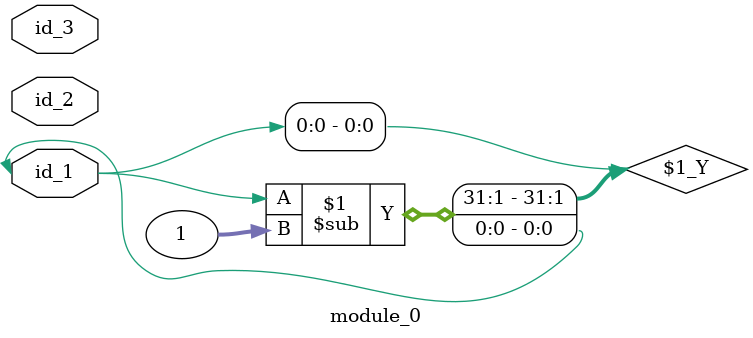
<source format=v>
`define pp_3 0
`timescale 1ps / 1ps
`define pp_4 0
`define pp_5 0
`define pp_6 0
`define pp_7 0
`define pp_8 0
`define pp_9 0
`define pp_10 0
`define pp_11 0
module module_0 (
    id_1,
    id_2,
    id_3
);
  input id_3;
  input id_2;
  inout id_1;
  assign id_1 = id_1 - 1;
endmodule

</source>
